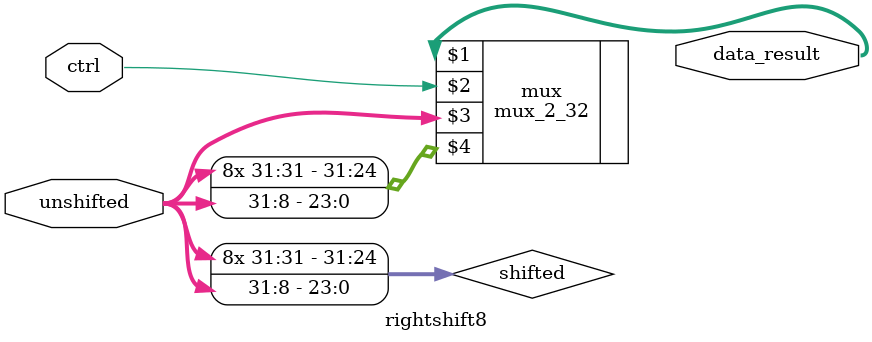
<source format=v>
module rightshift8( data_result, unshifted, ctrl);
    input [31:0] unshifted;
    input ctrl;

    output [31:0] data_result;

    wire [31:0] shifted;

    assign shifted[0] = unshifted[8];
    assign shifted[1] = unshifted[9];
    assign shifted[2] = unshifted[10];
    assign shifted[3] = unshifted[11];
    assign shifted[4] = unshifted[12];
    assign shifted[5] = unshifted[13];
    assign shifted[6] = unshifted[14];
    assign shifted[7] = unshifted[15];
    assign shifted[8] = unshifted[16];
    assign shifted[9] = unshifted[17];
    assign shifted[10] = unshifted[18];
    assign shifted[11] = unshifted[19];
    assign shifted[12] = unshifted[20];
    assign shifted[13] = unshifted[21];
    assign shifted[14] = unshifted[22];
    assign shifted[15] = unshifted[23];
    assign shifted[16] = unshifted[24];
    assign shifted[17] = unshifted[25];
    assign shifted[18] = unshifted[26];
    assign shifted[19] = unshifted[27];
    assign shifted[20] = unshifted[28];
    assign shifted[21] = unshifted[29];
    assign shifted[22] = unshifted[30];
    assign shifted[23] = unshifted[31];
    assign shifted[31] = unshifted[31];
    assign shifted[30] = unshifted[31];
    assign shifted[29] = unshifted[31];
    assign shifted[28] = unshifted[31];
    assign shifted[27] = unshifted[31];
    assign shifted[26] = unshifted[31];
    assign shifted[25] = unshifted[31];
    assign shifted[24] = unshifted[31];

    mux_2_32 mux(data_result, ctrl, unshifted, shifted);

endmodule
</source>
